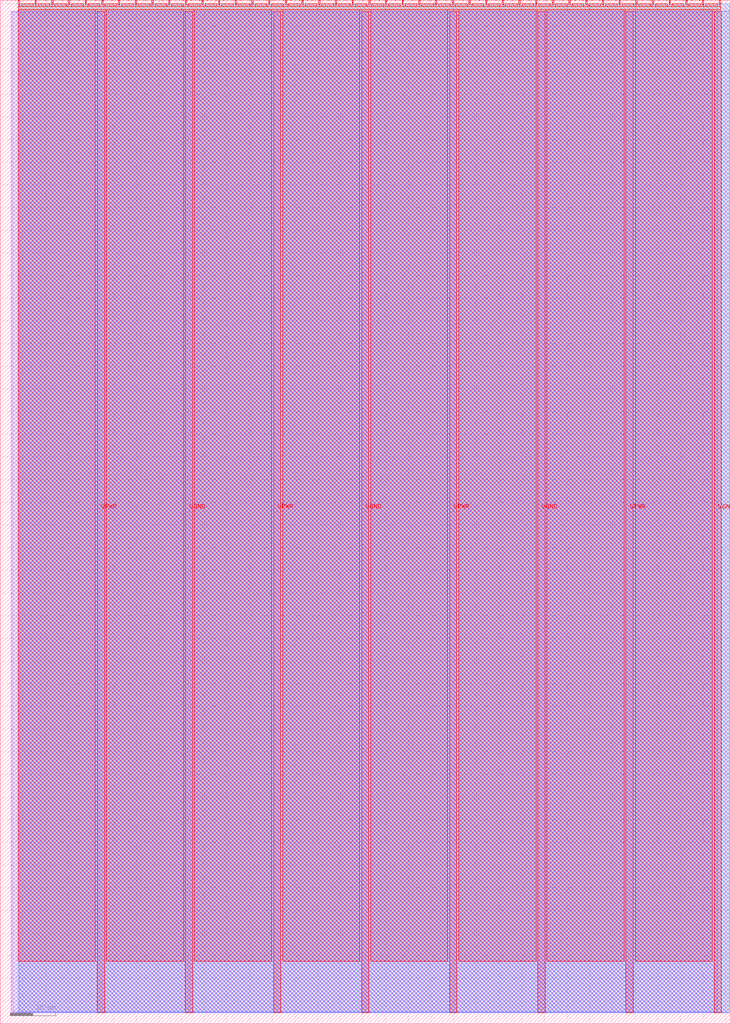
<source format=lef>
VERSION 5.7 ;
  NOWIREEXTENSIONATPIN ON ;
  DIVIDERCHAR "/" ;
  BUSBITCHARS "[]" ;
MACRO tt_um_rtmc_top_jrpetrus
  CLASS BLOCK ;
  FOREIGN tt_um_rtmc_top_jrpetrus ;
  ORIGIN 0.000 0.000 ;
  SIZE 161.000 BY 225.760 ;
  PIN VGND
    DIRECTION INOUT ;
    USE GROUND ;
    PORT
      LAYER met4 ;
        RECT 40.830 2.480 42.430 223.280 ;
    END
    PORT
      LAYER met4 ;
        RECT 79.700 2.480 81.300 223.280 ;
    END
    PORT
      LAYER met4 ;
        RECT 118.570 2.480 120.170 223.280 ;
    END
    PORT
      LAYER met4 ;
        RECT 157.440 2.480 159.040 223.280 ;
    END
  END VGND
  PIN VPWR
    DIRECTION INOUT ;
    USE POWER ;
    PORT
      LAYER met4 ;
        RECT 21.395 2.480 22.995 223.280 ;
    END
    PORT
      LAYER met4 ;
        RECT 60.265 2.480 61.865 223.280 ;
    END
    PORT
      LAYER met4 ;
        RECT 99.135 2.480 100.735 223.280 ;
    END
    PORT
      LAYER met4 ;
        RECT 138.005 2.480 139.605 223.280 ;
    END
  END VPWR
  PIN clk
    DIRECTION INPUT ;
    USE SIGNAL ;
    ANTENNAGATEAREA 0.852000 ;
    PORT
      LAYER met4 ;
        RECT 154.870 224.760 155.170 225.760 ;
    END
  END clk
  PIN ena
    DIRECTION INPUT ;
    USE SIGNAL ;
    ANTENNAGATEAREA 0.213000 ;
    PORT
      LAYER met4 ;
        RECT 158.550 224.760 158.850 225.760 ;
    END
  END ena
  PIN rst_n
    DIRECTION INPUT ;
    USE SIGNAL ;
    ANTENNAGATEAREA 0.196500 ;
    PORT
      LAYER met4 ;
        RECT 151.190 224.760 151.490 225.760 ;
    END
  END rst_n
  PIN ui_in[0]
    DIRECTION INPUT ;
    USE SIGNAL ;
    ANTENNAGATEAREA 0.196500 ;
    PORT
      LAYER met4 ;
        RECT 147.510 224.760 147.810 225.760 ;
    END
  END ui_in[0]
  PIN ui_in[1]
    DIRECTION INPUT ;
    USE SIGNAL ;
    ANTENNAGATEAREA 0.196500 ;
    PORT
      LAYER met4 ;
        RECT 143.830 224.760 144.130 225.760 ;
    END
  END ui_in[1]
  PIN ui_in[2]
    DIRECTION INPUT ;
    USE SIGNAL ;
    ANTENNAGATEAREA 0.213000 ;
    PORT
      LAYER met4 ;
        RECT 140.150 224.760 140.450 225.760 ;
    END
  END ui_in[2]
  PIN ui_in[3]
    DIRECTION INPUT ;
    USE SIGNAL ;
    ANTENNAGATEAREA 0.126000 ;
    PORT
      LAYER met4 ;
        RECT 136.470 224.760 136.770 225.760 ;
    END
  END ui_in[3]
  PIN ui_in[4]
    DIRECTION INPUT ;
    USE SIGNAL ;
    ANTENNAGATEAREA 0.213000 ;
    PORT
      LAYER met4 ;
        RECT 132.790 224.760 133.090 225.760 ;
    END
  END ui_in[4]
  PIN ui_in[5]
    DIRECTION INPUT ;
    USE SIGNAL ;
    ANTENNAGATEAREA 0.196500 ;
    PORT
      LAYER met4 ;
        RECT 129.110 224.760 129.410 225.760 ;
    END
  END ui_in[5]
  PIN ui_in[6]
    DIRECTION INPUT ;
    USE SIGNAL ;
    ANTENNAGATEAREA 0.196500 ;
    PORT
      LAYER met4 ;
        RECT 125.430 224.760 125.730 225.760 ;
    END
  END ui_in[6]
  PIN ui_in[7]
    DIRECTION INPUT ;
    USE SIGNAL ;
    ANTENNAGATEAREA 0.213000 ;
    PORT
      LAYER met4 ;
        RECT 121.750 224.760 122.050 225.760 ;
    END
  END ui_in[7]
  PIN uio_in[0]
    DIRECTION INPUT ;
    USE SIGNAL ;
    ANTENNAGATEAREA 0.196500 ;
    PORT
      LAYER met4 ;
        RECT 118.070 224.760 118.370 225.760 ;
    END
  END uio_in[0]
  PIN uio_in[1]
    DIRECTION INPUT ;
    USE SIGNAL ;
    ANTENNAGATEAREA 0.196500 ;
    PORT
      LAYER met4 ;
        RECT 114.390 224.760 114.690 225.760 ;
    END
  END uio_in[1]
  PIN uio_in[2]
    DIRECTION INPUT ;
    USE SIGNAL ;
    ANTENNAGATEAREA 0.196500 ;
    PORT
      LAYER met4 ;
        RECT 110.710 224.760 111.010 225.760 ;
    END
  END uio_in[2]
  PIN uio_in[3]
    DIRECTION INPUT ;
    USE SIGNAL ;
    ANTENNAGATEAREA 0.196500 ;
    PORT
      LAYER met4 ;
        RECT 107.030 224.760 107.330 225.760 ;
    END
  END uio_in[3]
  PIN uio_in[4]
    DIRECTION INPUT ;
    USE SIGNAL ;
    ANTENNAGATEAREA 0.196500 ;
    PORT
      LAYER met4 ;
        RECT 103.350 224.760 103.650 225.760 ;
    END
  END uio_in[4]
  PIN uio_in[5]
    DIRECTION INPUT ;
    USE SIGNAL ;
    ANTENNAGATEAREA 0.196500 ;
    PORT
      LAYER met4 ;
        RECT 99.670 224.760 99.970 225.760 ;
    END
  END uio_in[5]
  PIN uio_in[6]
    DIRECTION INPUT ;
    USE SIGNAL ;
    ANTENNAGATEAREA 0.196500 ;
    PORT
      LAYER met4 ;
        RECT 95.990 224.760 96.290 225.760 ;
    END
  END uio_in[6]
  PIN uio_in[7]
    DIRECTION INPUT ;
    USE SIGNAL ;
    ANTENNAGATEAREA 0.196500 ;
    PORT
      LAYER met4 ;
        RECT 92.310 224.760 92.610 225.760 ;
    END
  END uio_in[7]
  PIN uio_oe[0]
    DIRECTION OUTPUT TRISTATE ;
    USE SIGNAL ;
    ANTENNAGATEAREA 0.373500 ;
    ANTENNADIFFAREA 0.891000 ;
    PORT
      LAYER met4 ;
        RECT 29.750 224.760 30.050 225.760 ;
    END
  END uio_oe[0]
  PIN uio_oe[1]
    DIRECTION OUTPUT TRISTATE ;
    USE SIGNAL ;
    ANTENNAGATEAREA 0.373500 ;
    ANTENNADIFFAREA 0.891000 ;
    PORT
      LAYER met4 ;
        RECT 26.070 224.760 26.370 225.760 ;
    END
  END uio_oe[1]
  PIN uio_oe[2]
    DIRECTION OUTPUT TRISTATE ;
    USE SIGNAL ;
    ANTENNAGATEAREA 0.373500 ;
    ANTENNADIFFAREA 0.891000 ;
    PORT
      LAYER met4 ;
        RECT 22.390 224.760 22.690 225.760 ;
    END
  END uio_oe[2]
  PIN uio_oe[3]
    DIRECTION OUTPUT TRISTATE ;
    USE SIGNAL ;
    ANTENNAGATEAREA 0.373500 ;
    ANTENNADIFFAREA 0.891000 ;
    PORT
      LAYER met4 ;
        RECT 18.710 224.760 19.010 225.760 ;
    END
  END uio_oe[3]
  PIN uio_oe[4]
    DIRECTION OUTPUT TRISTATE ;
    USE SIGNAL ;
    ANTENNAGATEAREA 0.373500 ;
    ANTENNADIFFAREA 0.891000 ;
    PORT
      LAYER met4 ;
        RECT 15.030 224.760 15.330 225.760 ;
    END
  END uio_oe[4]
  PIN uio_oe[5]
    DIRECTION OUTPUT TRISTATE ;
    USE SIGNAL ;
    ANTENNAGATEAREA 0.373500 ;
    ANTENNADIFFAREA 0.891000 ;
    PORT
      LAYER met4 ;
        RECT 11.350 224.760 11.650 225.760 ;
    END
  END uio_oe[5]
  PIN uio_oe[6]
    DIRECTION OUTPUT TRISTATE ;
    USE SIGNAL ;
    ANTENNAGATEAREA 0.373500 ;
    ANTENNADIFFAREA 0.891000 ;
    PORT
      LAYER met4 ;
        RECT 7.670 224.760 7.970 225.760 ;
    END
  END uio_oe[6]
  PIN uio_oe[7]
    DIRECTION OUTPUT TRISTATE ;
    USE SIGNAL ;
    ANTENNAGATEAREA 0.373500 ;
    ANTENNADIFFAREA 0.891000 ;
    PORT
      LAYER met4 ;
        RECT 3.990 224.760 4.290 225.760 ;
    END
  END uio_oe[7]
  PIN uio_out[0]
    DIRECTION OUTPUT TRISTATE ;
    USE SIGNAL ;
    ANTENNADIFFAREA 0.891000 ;
    PORT
      LAYER met4 ;
        RECT 59.190 224.760 59.490 225.760 ;
    END
  END uio_out[0]
  PIN uio_out[1]
    DIRECTION OUTPUT TRISTATE ;
    USE SIGNAL ;
    ANTENNADIFFAREA 0.891000 ;
    PORT
      LAYER met4 ;
        RECT 55.510 224.760 55.810 225.760 ;
    END
  END uio_out[1]
  PIN uio_out[2]
    DIRECTION OUTPUT TRISTATE ;
    USE SIGNAL ;
    ANTENNADIFFAREA 0.891000 ;
    PORT
      LAYER met4 ;
        RECT 51.830 224.760 52.130 225.760 ;
    END
  END uio_out[2]
  PIN uio_out[3]
    DIRECTION OUTPUT TRISTATE ;
    USE SIGNAL ;
    ANTENNADIFFAREA 0.891000 ;
    PORT
      LAYER met4 ;
        RECT 48.150 224.760 48.450 225.760 ;
    END
  END uio_out[3]
  PIN uio_out[4]
    DIRECTION OUTPUT TRISTATE ;
    USE SIGNAL ;
    ANTENNADIFFAREA 0.924000 ;
    PORT
      LAYER met4 ;
        RECT 44.470 224.760 44.770 225.760 ;
    END
  END uio_out[4]
  PIN uio_out[5]
    DIRECTION OUTPUT TRISTATE ;
    USE SIGNAL ;
    ANTENNADIFFAREA 0.891000 ;
    PORT
      LAYER met4 ;
        RECT 40.790 224.760 41.090 225.760 ;
    END
  END uio_out[5]
  PIN uio_out[6]
    DIRECTION OUTPUT TRISTATE ;
    USE SIGNAL ;
    ANTENNADIFFAREA 0.891000 ;
    PORT
      LAYER met4 ;
        RECT 37.110 224.760 37.410 225.760 ;
    END
  END uio_out[6]
  PIN uio_out[7]
    DIRECTION OUTPUT TRISTATE ;
    USE SIGNAL ;
    ANTENNADIFFAREA 0.891000 ;
    PORT
      LAYER met4 ;
        RECT 33.430 224.760 33.730 225.760 ;
    END
  END uio_out[7]
  PIN uo_out[0]
    DIRECTION OUTPUT TRISTATE ;
    USE SIGNAL ;
    ANTENNAGATEAREA 0.373500 ;
    ANTENNADIFFAREA 0.891000 ;
    PORT
      LAYER met4 ;
        RECT 88.630 224.760 88.930 225.760 ;
    END
  END uo_out[0]
  PIN uo_out[1]
    DIRECTION OUTPUT TRISTATE ;
    USE SIGNAL ;
    ANTENNAGATEAREA 0.373500 ;
    ANTENNADIFFAREA 0.891000 ;
    PORT
      LAYER met4 ;
        RECT 84.950 224.760 85.250 225.760 ;
    END
  END uo_out[1]
  PIN uo_out[2]
    DIRECTION OUTPUT TRISTATE ;
    USE SIGNAL ;
    ANTENNAGATEAREA 0.373500 ;
    ANTENNADIFFAREA 0.891000 ;
    PORT
      LAYER met4 ;
        RECT 81.270 224.760 81.570 225.760 ;
    END
  END uo_out[2]
  PIN uo_out[3]
    DIRECTION OUTPUT TRISTATE ;
    USE SIGNAL ;
    ANTENNAGATEAREA 0.373500 ;
    ANTENNADIFFAREA 0.891000 ;
    PORT
      LAYER met4 ;
        RECT 77.590 224.760 77.890 225.760 ;
    END
  END uo_out[3]
  PIN uo_out[4]
    DIRECTION OUTPUT TRISTATE ;
    USE SIGNAL ;
    ANTENNADIFFAREA 1.721000 ;
    PORT
      LAYER met4 ;
        RECT 73.910 224.760 74.210 225.760 ;
    END
  END uo_out[4]
  PIN uo_out[5]
    DIRECTION OUTPUT TRISTATE ;
    USE SIGNAL ;
    ANTENNADIFFAREA 0.795200 ;
    PORT
      LAYER met4 ;
        RECT 70.230 224.760 70.530 225.760 ;
    END
  END uo_out[5]
  PIN uo_out[6]
    DIRECTION OUTPUT TRISTATE ;
    USE SIGNAL ;
    ANTENNADIFFAREA 0.795200 ;
    PORT
      LAYER met4 ;
        RECT 66.550 224.760 66.850 225.760 ;
    END
  END uo_out[6]
  PIN uo_out[7]
    DIRECTION OUTPUT TRISTATE ;
    USE SIGNAL ;
    ANTENNADIFFAREA 0.795200 ;
    PORT
      LAYER met4 ;
        RECT 62.870 224.760 63.170 225.760 ;
    END
  END uo_out[7]
  OBS
      LAYER li1 ;
        RECT 2.760 2.635 158.240 223.125 ;
      LAYER met1 ;
        RECT 2.460 2.480 160.930 223.280 ;
      LAYER met2 ;
        RECT 4.240 2.535 160.910 224.925 ;
      LAYER met3 ;
        RECT 3.950 2.555 160.935 224.905 ;
      LAYER met4 ;
        RECT 4.690 224.360 7.270 224.905 ;
        RECT 8.370 224.360 10.950 224.905 ;
        RECT 12.050 224.360 14.630 224.905 ;
        RECT 15.730 224.360 18.310 224.905 ;
        RECT 19.410 224.360 21.990 224.905 ;
        RECT 23.090 224.360 25.670 224.905 ;
        RECT 26.770 224.360 29.350 224.905 ;
        RECT 30.450 224.360 33.030 224.905 ;
        RECT 34.130 224.360 36.710 224.905 ;
        RECT 37.810 224.360 40.390 224.905 ;
        RECT 41.490 224.360 44.070 224.905 ;
        RECT 45.170 224.360 47.750 224.905 ;
        RECT 48.850 224.360 51.430 224.905 ;
        RECT 52.530 224.360 55.110 224.905 ;
        RECT 56.210 224.360 58.790 224.905 ;
        RECT 59.890 224.360 62.470 224.905 ;
        RECT 63.570 224.360 66.150 224.905 ;
        RECT 67.250 224.360 69.830 224.905 ;
        RECT 70.930 224.360 73.510 224.905 ;
        RECT 74.610 224.360 77.190 224.905 ;
        RECT 78.290 224.360 80.870 224.905 ;
        RECT 81.970 224.360 84.550 224.905 ;
        RECT 85.650 224.360 88.230 224.905 ;
        RECT 89.330 224.360 91.910 224.905 ;
        RECT 93.010 224.360 95.590 224.905 ;
        RECT 96.690 224.360 99.270 224.905 ;
        RECT 100.370 224.360 102.950 224.905 ;
        RECT 104.050 224.360 106.630 224.905 ;
        RECT 107.730 224.360 110.310 224.905 ;
        RECT 111.410 224.360 113.990 224.905 ;
        RECT 115.090 224.360 117.670 224.905 ;
        RECT 118.770 224.360 121.350 224.905 ;
        RECT 122.450 224.360 125.030 224.905 ;
        RECT 126.130 224.360 128.710 224.905 ;
        RECT 129.810 224.360 132.390 224.905 ;
        RECT 133.490 224.360 136.070 224.905 ;
        RECT 137.170 224.360 139.750 224.905 ;
        RECT 140.850 224.360 143.430 224.905 ;
        RECT 144.530 224.360 147.110 224.905 ;
        RECT 148.210 224.360 150.790 224.905 ;
        RECT 151.890 224.360 154.470 224.905 ;
        RECT 155.570 224.360 158.150 224.905 ;
        RECT 3.975 223.680 158.865 224.360 ;
        RECT 3.975 13.775 20.995 223.680 ;
        RECT 23.395 13.775 40.430 223.680 ;
        RECT 42.830 13.775 59.865 223.680 ;
        RECT 62.265 13.775 79.300 223.680 ;
        RECT 81.700 13.775 98.735 223.680 ;
        RECT 101.135 13.775 118.170 223.680 ;
        RECT 120.570 13.775 137.605 223.680 ;
        RECT 140.005 13.775 157.040 223.680 ;
  END
END tt_um_rtmc_top_jrpetrus
END LIBRARY


</source>
